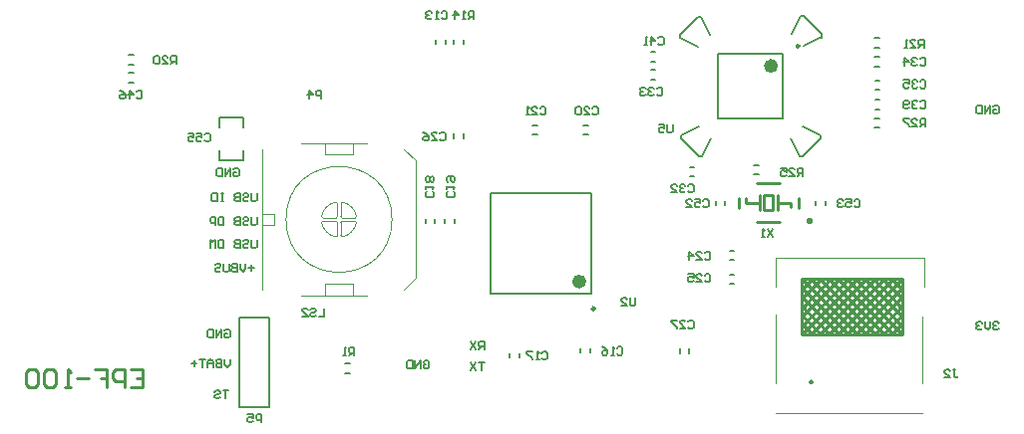
<source format=gbo>
%FSLAX25Y25*%
%MOIN*%
G70*
G01*
G75*
G04 Layer_Color=32896*
%ADD10R,0.08661X0.05906*%
%ADD11O,0.00984X0.03347*%
%ADD12O,0.03150X0.01181*%
%ADD13O,0.01181X0.03150*%
%ADD14R,0.06299X0.06299*%
%ADD15R,0.03937X0.03543*%
%ADD16C,0.03000*%
G04:AMPARAMS|DCode=17|XSize=236.22mil|YSize=98.43mil|CornerRadius=24.61mil|HoleSize=0mil|Usage=FLASHONLY|Rotation=0.000|XOffset=0mil|YOffset=0mil|HoleType=Round|Shape=RoundedRectangle|*
%AMROUNDEDRECTD17*
21,1,0.23622,0.04921,0,0,0.0*
21,1,0.18701,0.09843,0,0,0.0*
1,1,0.04921,0.09350,-0.02461*
1,1,0.04921,-0.09350,-0.02461*
1,1,0.04921,-0.09350,0.02461*
1,1,0.04921,0.09350,0.02461*
%
%ADD17ROUNDEDRECTD17*%
G04:AMPARAMS|DCode=18|XSize=98.43mil|YSize=39.37mil|CornerRadius=9.84mil|HoleSize=0mil|Usage=FLASHONLY|Rotation=0.000|XOffset=0mil|YOffset=0mil|HoleType=Round|Shape=RoundedRectangle|*
%AMROUNDEDRECTD18*
21,1,0.09843,0.01969,0,0,0.0*
21,1,0.07874,0.03937,0,0,0.0*
1,1,0.01969,0.03937,-0.00984*
1,1,0.01969,-0.03937,-0.00984*
1,1,0.01969,-0.03937,0.00984*
1,1,0.01969,0.03937,0.00984*
%
%ADD18ROUNDEDRECTD18*%
G04:AMPARAMS|DCode=19|XSize=78.74mil|YSize=94.49mil|CornerRadius=19.69mil|HoleSize=0mil|Usage=FLASHONLY|Rotation=180.000|XOffset=0mil|YOffset=0mil|HoleType=Round|Shape=RoundedRectangle|*
%AMROUNDEDRECTD19*
21,1,0.07874,0.05512,0,0,180.0*
21,1,0.03937,0.09449,0,0,180.0*
1,1,0.03937,-0.01969,0.02756*
1,1,0.03937,0.01969,0.02756*
1,1,0.03937,0.01969,-0.02756*
1,1,0.03937,-0.01969,-0.02756*
%
%ADD19ROUNDEDRECTD19*%
%ADD20R,0.03543X0.03937*%
%ADD21R,0.03150X0.06693*%
%ADD22R,0.03150X0.04331*%
%ADD23R,0.09000X0.09000*%
%ADD24R,0.04331X0.05906*%
%ADD25R,0.05906X0.04331*%
G04:AMPARAMS|DCode=26|XSize=51.18mil|YSize=64.96mil|CornerRadius=12.8mil|HoleSize=0mil|Usage=FLASHONLY|Rotation=0.000|XOffset=0mil|YOffset=0mil|HoleType=Round|Shape=RoundedRectangle|*
%AMROUNDEDRECTD26*
21,1,0.05118,0.03937,0,0,0.0*
21,1,0.02559,0.06496,0,0,0.0*
1,1,0.02559,0.01280,-0.01969*
1,1,0.02559,-0.01280,-0.01969*
1,1,0.02559,-0.01280,0.01969*
1,1,0.02559,0.01280,0.01969*
%
%ADD26ROUNDEDRECTD26*%
G04:AMPARAMS|DCode=27|XSize=31.5mil|YSize=106.3mil|CornerRadius=7.87mil|HoleSize=0mil|Usage=FLASHONLY|Rotation=180.000|XOffset=0mil|YOffset=0mil|HoleType=Round|Shape=RoundedRectangle|*
%AMROUNDEDRECTD27*
21,1,0.03150,0.09055,0,0,180.0*
21,1,0.01575,0.10630,0,0,180.0*
1,1,0.01575,-0.00787,0.04528*
1,1,0.01575,0.00787,0.04528*
1,1,0.01575,0.00787,-0.04528*
1,1,0.01575,-0.00787,-0.04528*
%
%ADD27ROUNDEDRECTD27*%
G04:AMPARAMS|DCode=28|XSize=25.59mil|YSize=43.31mil|CornerRadius=6.4mil|HoleSize=0mil|Usage=FLASHONLY|Rotation=90.000|XOffset=0mil|YOffset=0mil|HoleType=Round|Shape=RoundedRectangle|*
%AMROUNDEDRECTD28*
21,1,0.02559,0.03051,0,0,90.0*
21,1,0.01280,0.04331,0,0,90.0*
1,1,0.01280,0.01526,0.00640*
1,1,0.01280,0.01526,-0.00640*
1,1,0.01280,-0.01526,-0.00640*
1,1,0.01280,-0.01526,0.00640*
%
%ADD28ROUNDEDRECTD28*%
%ADD29C,0.01181*%
%ADD30C,0.01969*%
%ADD31C,0.01000*%
%ADD32C,0.03937*%
%ADD33C,0.03902*%
%ADD34C,0.02953*%
%ADD35C,0.03543*%
G04:AMPARAMS|DCode=36|XSize=86.61mil|YSize=59.06mil|CornerRadius=0mil|HoleSize=0mil|Usage=FLASHONLY|Rotation=0.000|XOffset=0mil|YOffset=0mil|HoleType=Round|Shape=Octagon|*
%AMOCTAGOND36*
4,1,8,0.04331,-0.01476,0.04331,0.01476,0.02854,0.02953,-0.02854,0.02953,-0.04331,0.01476,-0.04331,-0.01476,-0.02854,-0.02953,0.02854,-0.02953,0.04331,-0.01476,0.0*
%
%ADD36OCTAGOND36*%

%ADD37P,0.05114X8X22.5*%
%ADD38C,0.13780*%
%ADD39C,0.05906*%
%ADD40R,0.05906X0.05906*%
%ADD41P,0.04261X8X22.5*%
%ADD42C,0.03937*%
%ADD43R,0.05906X0.05906*%
%ADD44C,0.01969*%
%ADD45C,0.02362*%
%ADD46C,0.04724*%
%ADD47C,0.04000*%
%ADD48C,0.07902*%
%ADD49C,0.06953*%
%ADD50C,0.07543*%
%ADD51O,0.10693X0.07150*%
%ADD52C,0.06362*%
%ADD53C,0.13843*%
%ADD54C,0.05181*%
%ADD55C,0.03098*%
%ADD56R,0.10630X0.07874*%
%ADD57R,0.05709X0.07874*%
%ADD58R,0.03150X0.05906*%
%ADD59O,0.01181X0.07087*%
%ADD60O,0.07087X0.01181*%
G04:AMPARAMS|DCode=61|XSize=50mil|YSize=70mil|CornerRadius=12.5mil|HoleSize=0mil|Usage=FLASHONLY|Rotation=90.000|XOffset=0mil|YOffset=0mil|HoleType=Round|Shape=RoundedRectangle|*
%AMROUNDEDRECTD61*
21,1,0.05000,0.04500,0,0,90.0*
21,1,0.02500,0.07000,0,0,90.0*
1,1,0.02500,0.02250,0.01250*
1,1,0.02500,0.02250,-0.01250*
1,1,0.02500,-0.02250,-0.01250*
1,1,0.02500,-0.02250,0.01250*
%
%ADD61ROUNDEDRECTD61*%
%ADD62C,0.00984*%
%ADD63C,0.00394*%
%ADD64C,0.00787*%
%ADD65R,0.09461X0.06706*%
%ADD66O,0.01784X0.04147*%
%ADD67O,0.03950X0.01981*%
%ADD68O,0.01981X0.03950*%
%ADD69R,0.07099X0.07099*%
%ADD70R,0.04737X0.04343*%
%ADD71C,0.03800*%
G04:AMPARAMS|DCode=72|XSize=244.22mil|YSize=106.42mil|CornerRadius=28.61mil|HoleSize=0mil|Usage=FLASHONLY|Rotation=0.000|XOffset=0mil|YOffset=0mil|HoleType=Round|Shape=RoundedRectangle|*
%AMROUNDEDRECTD72*
21,1,0.24422,0.04921,0,0,0.0*
21,1,0.18701,0.10642,0,0,0.0*
1,1,0.05721,0.09350,-0.02461*
1,1,0.05721,-0.09350,-0.02461*
1,1,0.05721,-0.09350,0.02461*
1,1,0.05721,0.09350,0.02461*
%
%ADD72ROUNDEDRECTD72*%
G04:AMPARAMS|DCode=73|XSize=106.42mil|YSize=47.37mil|CornerRadius=13.84mil|HoleSize=0mil|Usage=FLASHONLY|Rotation=0.000|XOffset=0mil|YOffset=0mil|HoleType=Round|Shape=RoundedRectangle|*
%AMROUNDEDRECTD73*
21,1,0.10642,0.01969,0,0,0.0*
21,1,0.07874,0.04737,0,0,0.0*
1,1,0.02769,0.03937,-0.00984*
1,1,0.02769,-0.03937,-0.00984*
1,1,0.02769,-0.03937,0.00984*
1,1,0.02769,0.03937,0.00984*
%
%ADD73ROUNDEDRECTD73*%
G04:AMPARAMS|DCode=74|XSize=86.74mil|YSize=102.49mil|CornerRadius=23.69mil|HoleSize=0mil|Usage=FLASHONLY|Rotation=180.000|XOffset=0mil|YOffset=0mil|HoleType=Round|Shape=RoundedRectangle|*
%AMROUNDEDRECTD74*
21,1,0.08674,0.05512,0,0,180.0*
21,1,0.03937,0.10249,0,0,180.0*
1,1,0.04737,-0.01969,0.02756*
1,1,0.04737,0.01969,0.02756*
1,1,0.04737,0.01969,-0.02756*
1,1,0.04737,-0.01969,-0.02756*
%
%ADD74ROUNDEDRECTD74*%
%ADD75R,0.04343X0.04737*%
%ADD76R,0.03950X0.07493*%
%ADD77R,0.03950X0.05131*%
%ADD78R,0.09800X0.09800*%
%ADD79R,0.05131X0.06706*%
%ADD80R,0.06706X0.05131*%
G04:AMPARAMS|DCode=81|XSize=59.18mil|YSize=72.96mil|CornerRadius=16.8mil|HoleSize=0mil|Usage=FLASHONLY|Rotation=0.000|XOffset=0mil|YOffset=0mil|HoleType=Round|Shape=RoundedRectangle|*
%AMROUNDEDRECTD81*
21,1,0.05918,0.03937,0,0,0.0*
21,1,0.02559,0.07296,0,0,0.0*
1,1,0.03359,0.01280,-0.01969*
1,1,0.03359,-0.01280,-0.01969*
1,1,0.03359,-0.01280,0.01969*
1,1,0.03359,0.01280,0.01969*
%
%ADD81ROUNDEDRECTD81*%
G04:AMPARAMS|DCode=82|XSize=39.5mil|YSize=114.3mil|CornerRadius=11.87mil|HoleSize=0mil|Usage=FLASHONLY|Rotation=180.000|XOffset=0mil|YOffset=0mil|HoleType=Round|Shape=RoundedRectangle|*
%AMROUNDEDRECTD82*
21,1,0.03950,0.09055,0,0,180.0*
21,1,0.01575,0.11430,0,0,180.0*
1,1,0.02375,-0.00787,0.04528*
1,1,0.02375,0.00787,0.04528*
1,1,0.02375,0.00787,-0.04528*
1,1,0.02375,-0.00787,-0.04528*
%
%ADD82ROUNDEDRECTD82*%
G04:AMPARAMS|DCode=83|XSize=33.59mil|YSize=51.31mil|CornerRadius=10.4mil|HoleSize=0mil|Usage=FLASHONLY|Rotation=90.000|XOffset=0mil|YOffset=0mil|HoleType=Round|Shape=RoundedRectangle|*
%AMROUNDEDRECTD83*
21,1,0.03359,0.03051,0,0,90.0*
21,1,0.01280,0.05131,0,0,90.0*
1,1,0.02080,0.01526,0.00640*
1,1,0.02080,0.01526,-0.00640*
1,1,0.02080,-0.01526,-0.00640*
1,1,0.02080,-0.01526,0.00640*
%
%ADD83ROUNDEDRECTD83*%
%ADD84C,0.04702*%
%ADD85C,0.03753*%
%ADD86C,0.04343*%
G04:AMPARAMS|DCode=87|XSize=94.61mil|YSize=67.06mil|CornerRadius=0mil|HoleSize=0mil|Usage=FLASHONLY|Rotation=0.000|XOffset=0mil|YOffset=0mil|HoleType=Round|Shape=Octagon|*
%AMOCTAGOND87*
4,1,8,0.04731,-0.01676,0.04731,0.01676,0.03054,0.03353,-0.03054,0.03353,-0.04731,0.01676,-0.04731,-0.01676,-0.03054,-0.03353,0.03054,-0.03353,0.04731,-0.01676,0.0*
%
%ADD87OCTAGOND87*%

%ADD88P,0.05980X8X22.5*%
%ADD89C,0.14579*%
%ADD90C,0.06706*%
%ADD91R,0.06706X0.06706*%
%ADD92P,0.05127X8X22.5*%
%ADD93C,0.04737*%
%ADD94R,0.06706X0.06706*%
%ADD95C,0.03898*%
%ADD96R,0.11430X0.08674*%
%ADD97R,0.06509X0.08674*%
%ADD98R,0.03550X0.06306*%
%ADD99O,0.01981X0.07887*%
%ADD100O,0.07887X0.01981*%
G04:AMPARAMS|DCode=101|XSize=58mil|YSize=78mil|CornerRadius=16.5mil|HoleSize=0mil|Usage=FLASHONLY|Rotation=90.000|XOffset=0mil|YOffset=0mil|HoleType=Round|Shape=RoundedRectangle|*
%AMROUNDEDRECTD101*
21,1,0.05800,0.04500,0,0,90.0*
21,1,0.02500,0.07800,0,0,90.0*
1,1,0.03300,0.02250,0.01250*
1,1,0.03300,0.02250,-0.01250*
1,1,0.03300,-0.02250,-0.01250*
1,1,0.03300,-0.02250,0.01250*
%
%ADD101ROUNDEDRECTD101*%
%ADD102C,0.02362*%
D31*
X289707Y-54500D02*
G03*
X289707Y-54500I-353J0D01*
G01*
X319750Y-38500D02*
Y-20000D01*
X286250Y-38500D02*
X319750D01*
X286250D02*
Y-20000D01*
X319750D01*
X301250Y-38500D02*
X319750Y-20000D01*
X298250Y-38500D02*
X316750Y-20000D01*
X295250Y-38500D02*
X313750Y-20000D01*
X292250Y-38500D02*
X310750Y-20000D01*
X289250Y-38500D02*
X307750Y-20000D01*
X286250Y-38500D02*
X304750Y-20000D01*
X286375Y-35375D02*
X301750Y-20000D01*
X286625Y-32125D02*
X298750Y-20000D01*
X286375Y-29375D02*
X295750Y-20000D01*
X286500Y-26250D02*
X292750Y-20000D01*
X286250Y-23500D02*
X289750Y-20000D01*
X304250Y-38500D02*
X319750Y-23000D01*
X307250Y-38500D02*
X319750Y-26000D01*
X310375Y-38375D02*
X319750Y-29000D01*
X313375Y-38375D02*
X319750Y-32000D01*
X316250Y-38500D02*
X319750Y-35000D01*
X286250Y-35000D02*
X289750Y-38500D01*
X286250Y-32000D02*
X292625Y-38375D01*
X286250Y-29000D02*
X295625Y-38375D01*
X286250Y-26000D02*
X298750Y-38500D01*
X286250Y-23000D02*
X301750Y-38500D01*
X316250Y-20000D02*
X319750Y-23500D01*
X313250Y-20000D02*
X319500Y-26250D01*
X310250Y-20000D02*
X319625Y-29375D01*
X307250Y-20000D02*
X319375Y-32125D01*
X304250Y-20000D02*
X319625Y-35375D01*
X301250Y-20000D02*
X319750Y-38500D01*
X298250Y-20000D02*
X316750Y-38500D01*
X295250Y-20000D02*
X313750Y-38500D01*
X292250Y-20000D02*
X310750Y-38500D01*
X289250Y-20000D02*
X307750Y-38500D01*
X286250Y-20000D02*
X304750Y-38500D01*
X282500Y4055D02*
Y5555D01*
X278000D02*
X282500D01*
X267500D02*
Y7055D01*
Y5555D02*
X272000D01*
Y3055D02*
Y8055D01*
X278000Y3055D02*
Y8055D01*
X273500Y3055D02*
X276500D01*
X273500D02*
Y8055D01*
X276500D01*
Y3055D02*
Y8055D01*
X289000Y-820D02*
Y180D01*
X288000D02*
X289000D01*
X288000Y-820D02*
Y180D01*
Y-820D02*
X289000D01*
X271250D02*
X278750D01*
X271250Y12180D02*
X278750D01*
X285000Y3930D02*
Y7180D01*
X265000Y3930D02*
Y7305D01*
X61800Y-50126D02*
X65798D01*
Y-56124D01*
X61800D01*
X65798Y-53125D02*
X63799D01*
X59800Y-56124D02*
Y-50126D01*
X56801D01*
X55802Y-51126D01*
Y-53125D01*
X56801Y-54125D01*
X59800D01*
X49804Y-50126D02*
X53802D01*
Y-53125D01*
X51803D01*
X53802D01*
Y-56124D01*
X47804Y-53125D02*
X43806D01*
X41806Y-56124D02*
X39807D01*
X40807D01*
Y-50126D01*
X41806Y-51126D01*
X36808D02*
X35808Y-50126D01*
X33809D01*
X32809Y-51126D01*
Y-55124D01*
X33809Y-56124D01*
X35808D01*
X36808Y-55124D01*
Y-51126D01*
X30810D02*
X29810Y-50126D01*
X27811D01*
X26811Y-51126D01*
Y-55124D01*
X27811Y-56124D01*
X29810D01*
X30810Y-55124D01*
Y-51126D01*
D62*
X217012Y-29850D02*
G03*
X217012Y-29850I-492J0D01*
G01*
X285437Y58083D02*
G03*
X285437Y58083I-492J0D01*
G01*
D63*
X149213Y0D02*
G03*
X149213Y0I-17717J0D01*
G01*
X132087Y984D02*
G03*
X132480Y591I394J0D01*
G01*
X132551Y5811D02*
G03*
X132087Y5423I-70J-387D01*
G01*
X137307Y1055D02*
G03*
X132551Y5811I-5811J-1055D01*
G01*
X136919Y591D02*
G03*
X137307Y1055I0J394D01*
G01*
X125686D02*
G03*
X126073Y591I387J-70D01*
G01*
X130441Y5811D02*
G03*
X125686Y1055I1055J-5811D01*
G01*
X130905Y5423D02*
G03*
X130441Y5811I-394J0D01*
G01*
X130905Y-984D02*
G03*
X130512Y-591I-394J0D01*
G01*
X130441Y-5811D02*
G03*
X130905Y-5423I70J387D01*
G01*
X125686Y-1055D02*
G03*
X130441Y-5811I5811J1055D01*
G01*
X126073Y-591D02*
G03*
X125686Y-1055I0J-394D01*
G01*
X132480Y-591D02*
G03*
X132087Y-984I0J-394D01*
G01*
X137307Y-1055D02*
G03*
X136919Y-591I-387J70D01*
G01*
X132551Y-5811D02*
G03*
X137307Y-1055I-1055J5811D01*
G01*
X132087Y-5423D02*
G03*
X132551Y-5811I394J0D01*
G01*
X130512Y591D02*
G03*
X130905Y984I0J394D01*
G01*
X109843Y-1969D02*
Y1969D01*
X126772Y-25591D02*
Y-21654D01*
X136221D01*
Y-25591D02*
Y-21654D01*
X153150Y-23622D02*
X157087Y-19685D01*
X153150Y23622D02*
X157087Y19685D01*
X136221Y21654D02*
Y25591D01*
X126772Y21654D02*
X136221D01*
X126772D02*
Y25591D01*
X105905Y1969D02*
X109843D01*
X105905Y-23622D02*
Y23622D01*
X118701Y25591D02*
X140748D01*
X157087Y-19685D02*
Y19685D01*
X118701Y-25591D02*
X140748D01*
X105905Y-1969D02*
X109843D01*
X132087Y984D02*
Y5423D01*
X132480Y591D02*
X136919D01*
X126073D02*
X130512D01*
X130905Y984D02*
Y5423D01*
Y-5423D02*
Y-984D01*
X126073Y-591D02*
X130512D01*
X132480D02*
X136919D01*
X132087Y-5423D02*
Y-984D01*
X327000Y-22500D02*
Y-13000D01*
X277500D02*
X327000D01*
X277500D02*
X277500Y-22500D01*
Y-55000D02*
Y-32000D01*
Y-65000D02*
X326500D01*
Y-55000D02*
Y-32500D01*
D64*
X173130Y58713D02*
Y60287D01*
X169980Y58713D02*
Y60287D01*
X167130Y58713D02*
Y60287D01*
X163980Y58713D02*
Y60287D01*
X133453Y-48266D02*
X135028D01*
X133453Y-51416D02*
X135028D01*
X245425Y-44787D02*
Y-43213D01*
X248575Y-44787D02*
Y-43213D01*
X196213Y28425D02*
X197787D01*
X196213Y31575D02*
X197787D01*
X91563Y19913D02*
Y23063D01*
Y19913D02*
X99437D01*
Y23063D01*
Y30937D02*
Y34087D01*
X91563D02*
X99437D01*
X91563Y30937D02*
Y34087D01*
X182268Y-24732D02*
X215732Y-24732D01*
X182268Y8732D02*
X215732Y8732D01*
Y-24732D02*
Y8732D01*
X182268Y-24732D02*
X182268Y8732D01*
X252724Y21020D02*
X255724Y27020D01*
X245724Y28020D02*
X251724Y31020D01*
X245724Y27020D02*
X251724Y21020D01*
X245724Y27020D02*
Y28091D01*
X251724Y21020D02*
X252724Y21020D01*
X286480Y31224D02*
X292480Y28224D01*
X282480Y27224D02*
X285480Y21224D01*
X286480D02*
X292480Y27224D01*
X285409Y21224D02*
X286480D01*
X292480Y27224D02*
X292480Y28224D01*
X282776Y61980D02*
X285776Y67980D01*
X286776Y57980D02*
X292776Y60980D01*
X286776Y67980D02*
X292776Y61980D01*
X292776Y60909D02*
X292776Y61980D01*
X285776Y67980D02*
X286776Y67980D01*
X245520Y60776D02*
X251520Y57776D01*
X252520Y67776D02*
X255520Y61776D01*
X245520D02*
X251520Y67776D01*
X252590D01*
X245520Y60776D02*
X245520Y61776D01*
X279827Y33673D02*
Y55327D01*
X258173Y33673D02*
Y55327D01*
X279827D01*
X258173Y33673D02*
X279827D01*
X173075Y27213D02*
Y28787D01*
X169925Y27213D02*
Y28787D01*
X262059Y-21630D02*
X263634D01*
X262059Y-18480D02*
X263634D01*
X262059Y-13630D02*
X263634D01*
X262059Y-10480D02*
X263634D01*
X213213Y28425D02*
X214787D01*
X213213Y31575D02*
X214787D01*
X170020Y-1287D02*
Y287D01*
X166870Y-1287D02*
Y287D01*
X163520Y-1287D02*
Y287D01*
X160370Y-1287D02*
Y287D01*
X188525Y-46287D02*
Y-44713D01*
X191675Y-46287D02*
Y-44713D01*
X212225Y-44687D02*
Y-43113D01*
X215375Y-44687D02*
Y-43113D01*
X310622Y33850D02*
X312196D01*
X310622Y30701D02*
X312196D01*
X270213Y18130D02*
X271787D01*
X270213Y14980D02*
X271787D01*
X310622Y60720D02*
X312196D01*
X310622Y57571D02*
X312196D01*
X294075Y4713D02*
Y6287D01*
X290925Y4713D02*
Y6287D01*
X257425Y4713D02*
Y6287D01*
X260575Y4713D02*
Y6287D01*
X235713Y52925D02*
X237287D01*
X235713Y56075D02*
X237287D01*
X310713Y40075D02*
X312287Y40075D01*
X310713Y36925D02*
X312287Y36925D01*
X310713Y46575D02*
X312287D01*
X310713Y43425D02*
X312287D01*
X310622Y54356D02*
X312196D01*
X310622Y51207D02*
X312196D01*
X235713Y46925D02*
X237287D01*
X235713Y50075D02*
X237287D01*
X248713Y14425D02*
X250287D01*
X248713Y17575D02*
X250287D01*
X61213Y51925D02*
X62787D01*
X61213Y55075D02*
X62787D01*
X61213Y49075D02*
X62787D01*
X61213Y45925D02*
X62787D01*
X98000Y-63000D02*
X108000D01*
Y-33000D01*
X98000D02*
X108000D01*
X98000Y-63000D02*
Y-33000D01*
X159663Y-47704D02*
X160123Y-47245D01*
X161041D01*
X161500Y-47704D01*
Y-49541D01*
X161041Y-50000D01*
X160123D01*
X159663Y-49541D01*
Y-48623D01*
X160582D01*
X158745Y-50000D02*
Y-47245D01*
X156908Y-50000D01*
Y-47245D01*
X155990D02*
Y-50000D01*
X154612D01*
X154153Y-49541D01*
Y-47704D01*
X154612Y-47245D01*
X155990D01*
X350163Y37796D02*
X350623Y38255D01*
X351541D01*
X352000Y37796D01*
Y35959D01*
X351541Y35500D01*
X350623D01*
X350163Y35959D01*
Y36878D01*
X351082D01*
X349245Y35500D02*
Y38255D01*
X347408Y35500D01*
Y38255D01*
X346490D02*
Y35500D01*
X345112D01*
X344653Y35959D01*
Y37796D01*
X345112Y38255D01*
X346490D01*
X86542Y28338D02*
X87002Y28797D01*
X87920D01*
X88379Y28338D01*
Y26502D01*
X87920Y26042D01*
X87002D01*
X86542Y26502D01*
X83787Y28797D02*
X85624D01*
Y27420D01*
X84706Y27879D01*
X84247D01*
X83787Y27420D01*
Y26502D01*
X84247Y26042D01*
X85165D01*
X85624Y26502D01*
X81032Y28797D02*
X82869D01*
Y27420D01*
X81951Y27879D01*
X81492D01*
X81032Y27420D01*
Y26502D01*
X81492Y26042D01*
X82410D01*
X82869Y26502D01*
X126500Y-29745D02*
Y-32500D01*
X124663D01*
X121908Y-30204D02*
X122368Y-29745D01*
X123286D01*
X123745Y-30204D01*
Y-30663D01*
X123286Y-31122D01*
X122368D01*
X121908Y-31582D01*
Y-32041D01*
X122368Y-32500D01*
X123286D01*
X123745Y-32041D01*
X119153Y-32500D02*
X120990D01*
X119153Y-30663D01*
Y-30204D01*
X119612Y-29745D01*
X120531D01*
X120990Y-30204D01*
X105500Y-68000D02*
Y-65245D01*
X104122D01*
X103663Y-65704D01*
Y-66623D01*
X104122Y-67082D01*
X105500D01*
X100908Y-65245D02*
X102745D01*
Y-66623D01*
X101827Y-66163D01*
X101367D01*
X100908Y-66623D01*
Y-67541D01*
X101367Y-68000D01*
X102286D01*
X102745Y-67541D01*
X165663Y69296D02*
X166122Y69755D01*
X167041D01*
X167500Y69296D01*
Y67459D01*
X167041Y67000D01*
X166122D01*
X165663Y67459D01*
X164745Y67000D02*
X163827D01*
X164286D01*
Y69755D01*
X164745Y69296D01*
X162449D02*
X161990Y69755D01*
X161072D01*
X160612Y69296D01*
Y68837D01*
X161072Y68378D01*
X161531D01*
X161072D01*
X160612Y67918D01*
Y67459D01*
X161072Y67000D01*
X161990D01*
X162449Y67459D01*
X224463Y-43104D02*
X224922Y-42645D01*
X225841D01*
X226300Y-43104D01*
Y-44941D01*
X225841Y-45400D01*
X224922D01*
X224463Y-44941D01*
X223545Y-45400D02*
X222627D01*
X223086D01*
Y-42645D01*
X223545Y-43104D01*
X219412Y-42645D02*
X220331Y-43104D01*
X221249Y-44023D01*
Y-44941D01*
X220790Y-45400D01*
X219872D01*
X219412Y-44941D01*
Y-44482D01*
X219872Y-44023D01*
X221249D01*
X199263Y-44704D02*
X199723Y-44245D01*
X200641D01*
X201100Y-44704D01*
Y-46541D01*
X200641Y-47000D01*
X199723D01*
X199263Y-46541D01*
X198345Y-47000D02*
X197427D01*
X197886D01*
Y-44245D01*
X198345Y-44704D01*
X196049Y-44245D02*
X194212D01*
Y-44704D01*
X196049Y-46541D01*
Y-47000D01*
X162796Y9337D02*
X163255Y8878D01*
Y7959D01*
X162796Y7500D01*
X160959D01*
X160500Y7959D01*
Y8878D01*
X160959Y9337D01*
X160500Y10255D02*
Y11173D01*
Y10714D01*
X163255D01*
X162796Y10255D01*
Y12551D02*
X163255Y13010D01*
Y13928D01*
X162796Y14388D01*
X162337D01*
X161878Y13928D01*
X161418Y14388D01*
X160959D01*
X160500Y13928D01*
Y13010D01*
X160959Y12551D01*
X161418D01*
X161878Y13010D01*
X162337Y12551D01*
X162796D01*
X161878Y13010D02*
Y13928D01*
X169796Y9337D02*
X170255Y8878D01*
Y7959D01*
X169796Y7500D01*
X167959D01*
X167500Y7959D01*
Y8878D01*
X167959Y9337D01*
X167500Y10255D02*
Y11173D01*
Y10714D01*
X170255D01*
X169796Y10255D01*
X167959Y12551D02*
X167500Y13010D01*
Y13928D01*
X167959Y14388D01*
X169796D01*
X170255Y13928D01*
Y13010D01*
X169796Y12551D01*
X169337D01*
X168877Y13010D01*
Y14388D01*
X216163Y37296D02*
X216622Y37755D01*
X217541D01*
X218000Y37296D01*
Y35459D01*
X217541Y35000D01*
X216622D01*
X216163Y35459D01*
X213408Y35000D02*
X215245D01*
X213408Y36837D01*
Y37296D01*
X213867Y37755D01*
X214786D01*
X215245Y37296D01*
X212490D02*
X212031Y37755D01*
X211112D01*
X210653Y37296D01*
Y35459D01*
X211112Y35000D01*
X212031D01*
X212490Y35459D01*
Y37296D01*
X198663D02*
X199123Y37755D01*
X200041D01*
X200500Y37296D01*
Y35459D01*
X200041Y35000D01*
X199123D01*
X198663Y35459D01*
X195908Y35000D02*
X197745D01*
X195908Y36837D01*
Y37296D01*
X196368Y37755D01*
X197286D01*
X197745Y37296D01*
X194990Y35000D02*
X194072D01*
X194531D01*
Y37755D01*
X194990Y37296D01*
X253663Y-11204D02*
X254122Y-10745D01*
X255041D01*
X255500Y-11204D01*
Y-13041D01*
X255041Y-13500D01*
X254122D01*
X253663Y-13041D01*
X250908Y-13500D02*
X252745D01*
X250908Y-11663D01*
Y-11204D01*
X251367Y-10745D01*
X252286D01*
X252745Y-11204D01*
X248612Y-13500D02*
Y-10745D01*
X249990Y-12122D01*
X248153D01*
X253663Y-18704D02*
X254122Y-18245D01*
X255041D01*
X255500Y-18704D01*
Y-20541D01*
X255041Y-21000D01*
X254122D01*
X253663Y-20541D01*
X250908Y-21000D02*
X252745D01*
X250908Y-19163D01*
Y-18704D01*
X251367Y-18245D01*
X252286D01*
X252745Y-18704D01*
X248153Y-18245D02*
X249990D01*
Y-19623D01*
X249072Y-19163D01*
X248612D01*
X248153Y-19623D01*
Y-20541D01*
X248612Y-21000D01*
X249531D01*
X249990Y-20541D01*
X165163Y28796D02*
X165622Y29255D01*
X166541D01*
X167000Y28796D01*
Y26959D01*
X166541Y26500D01*
X165622D01*
X165163Y26959D01*
X162408Y26500D02*
X164245D01*
X162408Y28337D01*
Y28796D01*
X162867Y29255D01*
X163786D01*
X164245Y28796D01*
X159653Y29255D02*
X160572Y28796D01*
X161490Y27878D01*
Y26959D01*
X161031Y26500D01*
X160112D01*
X159653Y26959D01*
Y27418D01*
X160112Y27878D01*
X161490D01*
X248163Y-34204D02*
X248622Y-33745D01*
X249541D01*
X250000Y-34204D01*
Y-36041D01*
X249541Y-36500D01*
X248622D01*
X248163Y-36041D01*
X245408Y-36500D02*
X247245D01*
X245408Y-34663D01*
Y-34204D01*
X245867Y-33745D01*
X246786D01*
X247245Y-34204D01*
X244490Y-33745D02*
X242653D01*
Y-34204D01*
X244490Y-36041D01*
Y-36500D01*
X248163Y11296D02*
X248622Y11755D01*
X249541D01*
X250000Y11296D01*
Y9459D01*
X249541Y9000D01*
X248622D01*
X248163Y9459D01*
X247245Y11296D02*
X246786Y11755D01*
X245867D01*
X245408Y11296D01*
Y10837D01*
X245867Y10378D01*
X246327D01*
X245867D01*
X245408Y9918D01*
Y9459D01*
X245867Y9000D01*
X246786D01*
X247245Y9459D01*
X242653Y9000D02*
X244490D01*
X242653Y10837D01*
Y11296D01*
X243112Y11755D01*
X244031D01*
X244490Y11296D01*
X237663Y43796D02*
X238123Y44255D01*
X239041D01*
X239500Y43796D01*
Y41959D01*
X239041Y41500D01*
X238123D01*
X237663Y41959D01*
X236745Y43796D02*
X236286Y44255D01*
X235367D01*
X234908Y43796D01*
Y43337D01*
X235367Y42878D01*
X235827D01*
X235367D01*
X234908Y42418D01*
Y41959D01*
X235367Y41500D01*
X236286D01*
X236745Y41959D01*
X233990Y43796D02*
X233531Y44255D01*
X232612D01*
X232153Y43796D01*
Y43337D01*
X232612Y42878D01*
X233072D01*
X232612D01*
X232153Y42418D01*
Y41959D01*
X232612Y41500D01*
X233531D01*
X233990Y41959D01*
X325663Y53796D02*
X326122Y54255D01*
X327041D01*
X327500Y53796D01*
Y51959D01*
X327041Y51500D01*
X326122D01*
X325663Y51959D01*
X324745Y53796D02*
X324286Y54255D01*
X323368D01*
X322908Y53796D01*
Y53337D01*
X323368Y52877D01*
X323827D01*
X323368D01*
X322908Y52418D01*
Y51959D01*
X323368Y51500D01*
X324286D01*
X324745Y51959D01*
X320612Y51500D02*
Y54255D01*
X321990Y52877D01*
X320153D01*
X325754Y46242D02*
X326214Y46701D01*
X327132D01*
X327591Y46242D01*
Y44405D01*
X327132Y43946D01*
X326214D01*
X325754Y44405D01*
X324836Y46242D02*
X324377Y46701D01*
X323458D01*
X322999Y46242D01*
Y45783D01*
X323458Y45324D01*
X323918D01*
X323458D01*
X322999Y44865D01*
Y44405D01*
X323458Y43946D01*
X324377D01*
X324836Y44405D01*
X320244Y46701D02*
X322081D01*
Y45324D01*
X321163Y45783D01*
X320703D01*
X320244Y45324D01*
Y44405D01*
X320703Y43946D01*
X321622D01*
X322081Y44405D01*
X325754Y39378D02*
X326214Y39837D01*
X327132D01*
X327591Y39378D01*
Y37541D01*
X327132Y37082D01*
X326214D01*
X325754Y37541D01*
X324836Y39378D02*
X324377Y39837D01*
X323458D01*
X322999Y39378D01*
Y38919D01*
X323458Y38460D01*
X323918D01*
X323458D01*
X322999Y38001D01*
Y37541D01*
X323458Y37082D01*
X324377D01*
X324836Y37541D01*
X322081D02*
X321622Y37082D01*
X320703D01*
X320244Y37541D01*
Y39378D01*
X320703Y39837D01*
X321622D01*
X322081Y39378D01*
Y38919D01*
X321622Y38460D01*
X320244D01*
X238163Y60796D02*
X238622Y61255D01*
X239541D01*
X240000Y60796D01*
Y58959D01*
X239541Y58500D01*
X238622D01*
X238163Y58959D01*
X235868Y58500D02*
Y61255D01*
X237245Y59878D01*
X235408D01*
X234490Y58500D02*
X233572D01*
X234031D01*
Y61255D01*
X234490Y60796D01*
X63663Y42796D02*
X64122Y43255D01*
X65041D01*
X65500Y42796D01*
Y40959D01*
X65041Y40500D01*
X64122D01*
X63663Y40959D01*
X61367Y40500D02*
Y43255D01*
X62745Y41877D01*
X60908D01*
X58153Y43255D02*
X59072Y42796D01*
X59990Y41877D01*
Y40959D01*
X59531Y40500D01*
X58613D01*
X58153Y40959D01*
Y41418D01*
X58613Y41877D01*
X59990D01*
X253163Y6296D02*
X253623Y6755D01*
X254541D01*
X255000Y6296D01*
Y4459D01*
X254541Y4000D01*
X253623D01*
X253163Y4459D01*
X250408Y6755D02*
X252245D01*
Y5378D01*
X251327Y5837D01*
X250868D01*
X250408Y5378D01*
Y4459D01*
X250868Y4000D01*
X251786D01*
X252245Y4459D01*
X247653Y4000D02*
X249490D01*
X247653Y5837D01*
Y6296D01*
X248112Y6755D01*
X249031D01*
X249490Y6296D01*
X303663D02*
X304122Y6755D01*
X305041D01*
X305500Y6296D01*
Y4459D01*
X305041Y4000D01*
X304122D01*
X303663Y4459D01*
X300908Y6755D02*
X302745D01*
Y5378D01*
X301827Y5837D01*
X301367D01*
X300908Y5378D01*
Y4459D01*
X301367Y4000D01*
X302286D01*
X302745Y4459D01*
X299990Y6296D02*
X299531Y6755D01*
X298612D01*
X298153Y6296D01*
Y5837D01*
X298612Y5378D01*
X299072D01*
X298612D01*
X298153Y4918D01*
Y4459D01*
X298612Y4000D01*
X299531D01*
X299990Y4459D01*
X336663Y-50245D02*
X337582D01*
X337123D01*
Y-52541D01*
X337582Y-53000D01*
X338041D01*
X338500Y-52541D01*
X333908Y-53000D02*
X335745D01*
X333908Y-51163D01*
Y-50704D01*
X334367Y-50245D01*
X335286D01*
X335745Y-50704D01*
X125500Y40500D02*
Y43255D01*
X124123D01*
X123663Y42796D01*
Y41877D01*
X124123Y41418D01*
X125500D01*
X121368Y40500D02*
Y43255D01*
X122745Y41877D01*
X120908D01*
X136646Y-45631D02*
Y-42876D01*
X135269D01*
X134810Y-43335D01*
Y-44254D01*
X135269Y-44713D01*
X136646D01*
X135728D02*
X134810Y-45631D01*
X133891D02*
X132973D01*
X133432D01*
Y-42876D01*
X133891Y-43335D01*
X176500Y67000D02*
Y69755D01*
X175122D01*
X174663Y69296D01*
Y68378D01*
X175122Y67918D01*
X176500D01*
X175582D02*
X174663Y67000D01*
X173745D02*
X172827D01*
X173286D01*
Y69755D01*
X173745Y69296D01*
X170072Y67000D02*
Y69755D01*
X171449Y68378D01*
X169612D01*
X77000Y52000D02*
Y54755D01*
X75622D01*
X75163Y54296D01*
Y53377D01*
X75622Y52918D01*
X77000D01*
X76082D02*
X75163Y52000D01*
X72408D02*
X74245D01*
X72408Y53837D01*
Y54296D01*
X72868Y54755D01*
X73786D01*
X74245Y54296D01*
X71490D02*
X71031Y54755D01*
X70113D01*
X69653Y54296D01*
Y52459D01*
X70113Y52000D01*
X71031D01*
X71490Y52459D01*
Y54296D01*
X327000Y57500D02*
Y60255D01*
X325623D01*
X325163Y59796D01*
Y58877D01*
X325623Y58418D01*
X327000D01*
X326082D02*
X325163Y57500D01*
X322408D02*
X324245D01*
X322408Y59337D01*
Y59796D01*
X322867Y60255D01*
X323786D01*
X324245Y59796D01*
X321490Y57500D02*
X320572D01*
X321031D01*
Y60255D01*
X321490Y59796D01*
X286500Y14500D02*
Y17255D01*
X285122D01*
X284663Y16796D01*
Y15878D01*
X285122Y15418D01*
X286500D01*
X285582D02*
X284663Y14500D01*
X281908D02*
X283745D01*
X281908Y16337D01*
Y16796D01*
X282367Y17255D01*
X283286D01*
X283745Y16796D01*
X279153Y17255D02*
X280990D01*
Y15878D01*
X280072Y16337D01*
X279612D01*
X279153Y15878D01*
Y14959D01*
X279612Y14500D01*
X280531D01*
X280990Y14959D01*
X327500Y31000D02*
Y33755D01*
X326122D01*
X325663Y33296D01*
Y32377D01*
X326122Y31918D01*
X327500D01*
X326582D02*
X325663Y31000D01*
X322908D02*
X324745D01*
X322908Y32837D01*
Y33296D01*
X323368Y33755D01*
X324286D01*
X324745Y33296D01*
X321990Y33755D02*
X320153D01*
Y33296D01*
X321990Y31459D01*
Y31000D01*
X352000Y-34704D02*
X351541Y-34245D01*
X350623D01*
X350163Y-34704D01*
Y-35163D01*
X350623Y-35623D01*
X351082D01*
X350623D01*
X350163Y-36082D01*
Y-36541D01*
X350623Y-37000D01*
X351541D01*
X352000Y-36541D01*
X349245Y-34245D02*
Y-36082D01*
X348327Y-37000D01*
X347408Y-36082D01*
Y-34245D01*
X346490Y-34704D02*
X346031Y-34245D01*
X345112D01*
X344653Y-34704D01*
Y-35163D01*
X345112Y-35623D01*
X345572D01*
X345112D01*
X344653Y-36082D01*
Y-36541D01*
X345112Y-37000D01*
X346031D01*
X346490Y-36541D01*
X230500Y-26245D02*
Y-28541D01*
X230041Y-29000D01*
X229122D01*
X228663Y-28541D01*
Y-26245D01*
X225908Y-29000D02*
X227745D01*
X225908Y-27163D01*
Y-26704D01*
X226367Y-26245D01*
X227286D01*
X227745Y-26704D01*
X243000Y31755D02*
Y29459D01*
X242541Y29000D01*
X241622D01*
X241163Y29459D01*
Y31755D01*
X238408D02*
X240245D01*
Y30378D01*
X239327Y30837D01*
X238867D01*
X238408Y30378D01*
Y29459D01*
X238867Y29000D01*
X239786D01*
X240245Y29459D01*
X276500Y-3245D02*
X274663Y-6000D01*
Y-3245D02*
X276500Y-6000D01*
X273745D02*
X272827D01*
X273286D01*
Y-3245D01*
X273745Y-3704D01*
X180000Y-43500D02*
Y-40745D01*
X178622D01*
X178163Y-41204D01*
Y-42123D01*
X178622Y-42582D01*
X180000D01*
X179082D02*
X178163Y-43500D01*
X177245Y-40745D02*
X175408Y-43500D01*
Y-40745D02*
X177245Y-43500D01*
X180000Y-47745D02*
X178163D01*
X179082D01*
Y-50500D01*
X177245Y-47745D02*
X175408Y-50500D01*
Y-47745D02*
X177245Y-50500D01*
X103000Y-16123D02*
X101163D01*
X102082Y-15204D02*
Y-17041D01*
X100245Y-14745D02*
Y-16582D01*
X99327Y-17500D01*
X98408Y-16582D01*
Y-14745D01*
X97490D02*
Y-17500D01*
X96113D01*
X95653Y-17041D01*
Y-16582D01*
X96113Y-16123D01*
X97490D01*
X96113D01*
X95653Y-15663D01*
Y-15204D01*
X96113Y-14745D01*
X97490D01*
X94735D02*
Y-17041D01*
X94276Y-17500D01*
X93357D01*
X92898Y-17041D01*
Y-14745D01*
X90143Y-15204D02*
X90602Y-14745D01*
X91521D01*
X91980Y-15204D01*
Y-15663D01*
X91521Y-16123D01*
X90602D01*
X90143Y-16582D01*
Y-17041D01*
X90602Y-17500D01*
X91521D01*
X91980Y-17041D01*
X104000Y-6745D02*
Y-9041D01*
X103541Y-9500D01*
X102622D01*
X102163Y-9041D01*
Y-6745D01*
X99408Y-7204D02*
X99867Y-6745D01*
X100786D01*
X101245Y-7204D01*
Y-7663D01*
X100786Y-8123D01*
X99867D01*
X99408Y-8582D01*
Y-9041D01*
X99867Y-9500D01*
X100786D01*
X101245Y-9041D01*
X98490Y-6745D02*
Y-9500D01*
X97113D01*
X96653Y-9041D01*
Y-8582D01*
X97113Y-8123D01*
X98490D01*
X97113D01*
X96653Y-7663D01*
Y-7204D01*
X97113Y-6745D01*
X98490D01*
X92980D02*
Y-9500D01*
X91602D01*
X91143Y-9041D01*
Y-7204D01*
X91602Y-6745D01*
X92980D01*
X90225Y-9500D02*
Y-6745D01*
X89307Y-7663D01*
X88388Y-6745D01*
Y-9500D01*
X104000Y755D02*
Y-1541D01*
X103541Y-2000D01*
X102622D01*
X102163Y-1541D01*
Y755D01*
X99408Y296D02*
X99867Y755D01*
X100786D01*
X101245Y296D01*
Y-163D01*
X100786Y-623D01*
X99867D01*
X99408Y-1082D01*
Y-1541D01*
X99867Y-2000D01*
X100786D01*
X101245Y-1541D01*
X98490Y755D02*
Y-2000D01*
X97113D01*
X96653Y-1541D01*
Y-1082D01*
X97113Y-623D01*
X98490D01*
X97113D01*
X96653Y-163D01*
Y296D01*
X97113Y755D01*
X98490D01*
X92980D02*
Y-2000D01*
X91602D01*
X91143Y-1541D01*
Y296D01*
X91602Y755D01*
X92980D01*
X90225Y-2000D02*
Y755D01*
X88847D01*
X88388Y296D01*
Y-623D01*
X88847Y-1082D01*
X90225D01*
X104000Y8755D02*
Y6459D01*
X103541Y6000D01*
X102622D01*
X102163Y6459D01*
Y8755D01*
X99408Y8296D02*
X99867Y8755D01*
X100786D01*
X101245Y8296D01*
Y7837D01*
X100786Y7378D01*
X99867D01*
X99408Y6918D01*
Y6459D01*
X99867Y6000D01*
X100786D01*
X101245Y6459D01*
X98490Y8755D02*
Y6000D01*
X97113D01*
X96653Y6459D01*
Y6918D01*
X97113Y7378D01*
X98490D01*
X97113D01*
X96653Y7837D01*
Y8296D01*
X97113Y8755D01*
X98490D01*
X92980D02*
X92062D01*
X92521D01*
Y6000D01*
X92980D01*
X92062D01*
X90684Y8755D02*
Y6000D01*
X89307D01*
X88847Y6459D01*
Y8296D01*
X89307Y8755D01*
X90684D01*
X96163Y16796D02*
X96623Y17255D01*
X97541D01*
X98000Y16796D01*
Y14959D01*
X97541Y14500D01*
X96623D01*
X96163Y14959D01*
Y15878D01*
X97082D01*
X95245Y14500D02*
Y17255D01*
X93408Y14500D01*
Y17255D01*
X92490D02*
Y14500D01*
X91113D01*
X90653Y14959D01*
Y16796D01*
X91113Y17255D01*
X92490D01*
X94500Y-57245D02*
X92663D01*
X93582D01*
Y-60000D01*
X89908Y-57704D02*
X90368Y-57245D01*
X91286D01*
X91745Y-57704D01*
Y-58163D01*
X91286Y-58622D01*
X90368D01*
X89908Y-59082D01*
Y-59541D01*
X90368Y-60000D01*
X91286D01*
X91745Y-59541D01*
X95000Y-46745D02*
Y-48582D01*
X94082Y-49500D01*
X93163Y-48582D01*
Y-46745D01*
X92245D02*
Y-49500D01*
X90868D01*
X90408Y-49041D01*
Y-48582D01*
X90868Y-48123D01*
X92245D01*
X90868D01*
X90408Y-47663D01*
Y-47204D01*
X90868Y-46745D01*
X92245D01*
X89490Y-49500D02*
Y-47663D01*
X88572Y-46745D01*
X87653Y-47663D01*
Y-49500D01*
Y-48123D01*
X89490D01*
X86735Y-46745D02*
X84898D01*
X85817D01*
Y-49500D01*
X83980Y-48123D02*
X82143D01*
X83062Y-47204D02*
Y-49041D01*
X93163Y-37204D02*
X93622Y-36745D01*
X94541D01*
X95000Y-37204D01*
Y-39041D01*
X94541Y-39500D01*
X93622D01*
X93163Y-39041D01*
Y-38122D01*
X94082D01*
X92245Y-39500D02*
Y-36745D01*
X90408Y-39500D01*
Y-36745D01*
X89490D02*
Y-39500D01*
X88112D01*
X87653Y-39041D01*
Y-37204D01*
X88112Y-36745D01*
X89490D01*
D102*
X212976Y-20795D02*
G03*
X212976Y-20795I-1181J0D01*
G01*
X277071Y51390D02*
G03*
X277071Y51390I-1181J0D01*
G01*
M02*

</source>
